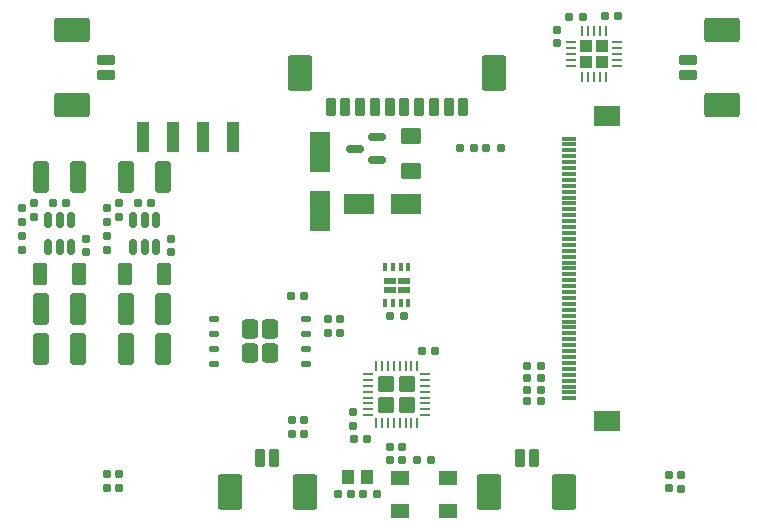
<source format=gtp>
%TF.GenerationSoftware,KiCad,Pcbnew,(6.0.1)*%
%TF.CreationDate,2022-03-14T14:07:41+00:00*%
%TF.ProjectId,UGR-22 Screen,5547522d-3232-4205-9363-7265656e2e6b,rev?*%
%TF.SameCoordinates,Original*%
%TF.FileFunction,Paste,Top*%
%TF.FilePolarity,Positive*%
%FSLAX46Y46*%
G04 Gerber Fmt 4.6, Leading zero omitted, Abs format (unit mm)*
G04 Created by KiCad (PCBNEW (6.0.1)) date 2022-03-14 14:07:41*
%MOMM*%
%LPD*%
G01*
G04 APERTURE LIST*
G04 Aperture macros list*
%AMRoundRect*
0 Rectangle with rounded corners*
0 $1 Rounding radius*
0 $2 $3 $4 $5 $6 $7 $8 $9 X,Y pos of 4 corners*
0 Add a 4 corners polygon primitive as box body*
4,1,4,$2,$3,$4,$5,$6,$7,$8,$9,$2,$3,0*
0 Add four circle primitives for the rounded corners*
1,1,$1+$1,$2,$3*
1,1,$1+$1,$4,$5*
1,1,$1+$1,$6,$7*
1,1,$1+$1,$8,$9*
0 Add four rect primitives between the rounded corners*
20,1,$1+$1,$2,$3,$4,$5,0*
20,1,$1+$1,$4,$5,$6,$7,0*
20,1,$1+$1,$6,$7,$8,$9,0*
20,1,$1+$1,$8,$9,$2,$3,0*%
G04 Aperture macros list end*
%ADD10RoundRect,0.160000X-0.160000X0.197500X-0.160000X-0.197500X0.160000X-0.197500X0.160000X0.197500X0*%
%ADD11RoundRect,0.155000X-0.212500X-0.155000X0.212500X-0.155000X0.212500X0.155000X-0.212500X0.155000X0*%
%ADD12R,1.500000X1.200000*%
%ADD13RoundRect,0.155000X0.155000X-0.212500X0.155000X0.212500X-0.155000X0.212500X-0.155000X-0.212500X0*%
%ADD14RoundRect,0.160000X0.160000X-0.197500X0.160000X0.197500X-0.160000X0.197500X-0.160000X-0.197500X0*%
%ADD15RoundRect,0.155000X-0.155000X0.212500X-0.155000X-0.212500X0.155000X-0.212500X0.155000X0.212500X0*%
%ADD16R,1.000000X2.500000*%
%ADD17RoundRect,0.160000X0.197500X0.160000X-0.197500X0.160000X-0.197500X-0.160000X0.197500X-0.160000X0*%
%ADD18RoundRect,0.250000X0.455000X-0.455000X0.455000X0.455000X-0.455000X0.455000X-0.455000X-0.455000X0*%
%ADD19RoundRect,0.062500X0.062500X-0.375000X0.062500X0.375000X-0.062500X0.375000X-0.062500X-0.375000X0*%
%ADD20RoundRect,0.062500X0.375000X-0.062500X0.375000X0.062500X-0.375000X0.062500X-0.375000X-0.062500X0*%
%ADD21RoundRect,0.155000X0.212500X0.155000X-0.212500X0.155000X-0.212500X-0.155000X0.212500X-0.155000X0*%
%ADD22RoundRect,0.250000X0.362500X0.700000X-0.362500X0.700000X-0.362500X-0.700000X0.362500X-0.700000X0*%
%ADD23RoundRect,0.150000X-0.150000X0.512500X-0.150000X-0.512500X0.150000X-0.512500X0.150000X0.512500X0*%
%ADD24RoundRect,0.250001X-0.624999X0.462499X-0.624999X-0.462499X0.624999X-0.462499X0.624999X0.462499X0*%
%ADD25RoundRect,0.250000X-0.412500X-1.100000X0.412500X-1.100000X0.412500X1.100000X-0.412500X1.100000X0*%
%ADD26RoundRect,0.150000X0.587500X0.150000X-0.587500X0.150000X-0.587500X-0.150000X0.587500X-0.150000X0*%
%ADD27RoundRect,0.160000X-0.197500X-0.160000X0.197500X-0.160000X0.197500X0.160000X-0.197500X0.160000X0*%
%ADD28RoundRect,0.200000X-0.200000X-0.600000X0.200000X-0.600000X0.200000X0.600000X-0.200000X0.600000X0*%
%ADD29RoundRect,0.250001X-0.799999X-1.249999X0.799999X-1.249999X0.799999X1.249999X-0.799999X1.249999X0*%
%ADD30RoundRect,0.200000X0.600000X-0.200000X0.600000X0.200000X-0.600000X0.200000X-0.600000X-0.200000X0*%
%ADD31RoundRect,0.250001X1.249999X-0.799999X1.249999X0.799999X-1.249999X0.799999X-1.249999X-0.799999X0*%
%ADD32R,1.050000X1.200000*%
%ADD33R,1.800000X3.500000*%
%ADD34RoundRect,0.250000X-0.435000X-0.555000X0.435000X-0.555000X0.435000X0.555000X-0.435000X0.555000X0*%
%ADD35RoundRect,0.125000X-0.262500X-0.125000X0.262500X-0.125000X0.262500X0.125000X-0.262500X0.125000X0*%
%ADD36R,2.500000X1.800000*%
%ADD37R,1.300000X0.300000*%
%ADD38R,2.200000X1.800000*%
%ADD39R,1.000000X0.600000*%
%ADD40R,0.350000X0.650000*%
%ADD41RoundRect,0.250000X0.295000X0.295000X-0.295000X0.295000X-0.295000X-0.295000X0.295000X-0.295000X0*%
%ADD42RoundRect,0.062500X0.337500X0.062500X-0.337500X0.062500X-0.337500X-0.062500X0.337500X-0.062500X0*%
%ADD43RoundRect,0.062500X0.062500X0.337500X-0.062500X0.337500X-0.062500X-0.337500X0.062500X-0.337500X0*%
%ADD44RoundRect,0.200000X0.200000X0.600000X-0.200000X0.600000X-0.200000X-0.600000X0.200000X-0.600000X0*%
%ADD45RoundRect,0.250001X0.799999X1.249999X-0.799999X1.249999X-0.799999X-1.249999X0.799999X-1.249999X0*%
%ADD46RoundRect,0.200000X-0.600000X0.200000X-0.600000X-0.200000X0.600000X-0.200000X0.600000X0.200000X0*%
%ADD47RoundRect,0.250001X-1.249999X0.799999X-1.249999X-0.799999X1.249999X-0.799999X1.249999X0.799999X0*%
G04 APERTURE END LIST*
D10*
%TO.C,R5*%
X90737500Y-136702500D03*
X90737500Y-137897500D03*
%TD*%
D11*
%TO.C,C6*%
X105332500Y-144600000D03*
X106467500Y-144600000D03*
%TD*%
D12*
%TO.C,X1*%
X114550000Y-162800000D03*
X118650000Y-162800000D03*
X118650000Y-160000000D03*
X114550000Y-160000000D03*
%TD*%
D13*
%TO.C,C21*%
X105450000Y-156217500D03*
X105450000Y-155082500D03*
%TD*%
D14*
%TO.C,R1*%
X110550000Y-155595000D03*
X110550000Y-154400000D03*
%TD*%
D15*
%TO.C,C1*%
X113750000Y-157332500D03*
X113750000Y-158467500D03*
%TD*%
D10*
%TO.C,R12*%
X138350000Y-159702500D03*
X138350000Y-160897500D03*
%TD*%
D16*
%TO.C,J2*%
X92815000Y-131100000D03*
X95355000Y-131100000D03*
X97895000Y-131100000D03*
X100435000Y-131100000D03*
%TD*%
D17*
%TO.C,R6*%
X126497500Y-153500000D03*
X125302500Y-153500000D03*
%TD*%
D18*
%TO.C,U1*%
X115150000Y-152050000D03*
X113400000Y-152050000D03*
X115150000Y-153800000D03*
X113400000Y-153800000D03*
D19*
X112525000Y-155362500D03*
X113025000Y-155362500D03*
X113525000Y-155362500D03*
X114025000Y-155362500D03*
X114525000Y-155362500D03*
X115025000Y-155362500D03*
X115525000Y-155362500D03*
X116025000Y-155362500D03*
D20*
X116712500Y-154675000D03*
X116712500Y-154175000D03*
X116712500Y-153675000D03*
X116712500Y-153175000D03*
X116712500Y-152675000D03*
X116712500Y-152175000D03*
X116712500Y-151675000D03*
X116712500Y-151175000D03*
D19*
X116025000Y-150487500D03*
X115525000Y-150487500D03*
X115025000Y-150487500D03*
X114525000Y-150487500D03*
X114025000Y-150487500D03*
X113525000Y-150487500D03*
X113025000Y-150487500D03*
X112525000Y-150487500D03*
D20*
X111837500Y-151175000D03*
X111837500Y-151675000D03*
X111837500Y-152175000D03*
X111837500Y-152675000D03*
X111837500Y-153175000D03*
X111837500Y-153675000D03*
X111837500Y-154175000D03*
X111837500Y-154675000D03*
%TD*%
D21*
%TO.C,C2*%
X112592500Y-161300000D03*
X111457500Y-161300000D03*
%TD*%
D14*
%TO.C,R10*%
X89737500Y-140697500D03*
X89737500Y-139502500D03*
%TD*%
D11*
%TO.C,C3*%
X109290000Y-161300000D03*
X110425000Y-161300000D03*
%TD*%
D22*
%TO.C,L2*%
X94600000Y-142700000D03*
X91275000Y-142700000D03*
%TD*%
D11*
%TO.C,C8*%
X113732500Y-146300000D03*
X114867500Y-146300000D03*
%TD*%
D14*
%TO.C,R8*%
X82537500Y-140697500D03*
X82537500Y-139502500D03*
%TD*%
D23*
%TO.C,U5*%
X93887500Y-138162500D03*
X92937500Y-138162500D03*
X91987500Y-138162500D03*
X91987500Y-140437500D03*
X92937500Y-140437500D03*
X93887500Y-140437500D03*
%TD*%
D24*
%TO.C,F1*%
X115500000Y-131012500D03*
X115500000Y-133987500D03*
%TD*%
D25*
%TO.C,C16*%
X91375000Y-145700000D03*
X94500000Y-145700000D03*
%TD*%
D11*
%TO.C,C24*%
X128882500Y-120950000D03*
X130017500Y-120950000D03*
%TD*%
D26*
%TO.C,D3*%
X112637500Y-133050000D03*
X112637500Y-131150000D03*
X110762500Y-132100000D03*
%TD*%
D27*
%TO.C,R3*%
X125302500Y-150500000D03*
X126497500Y-150500000D03*
%TD*%
D13*
%TO.C,C26*%
X127850000Y-123150000D03*
X127850000Y-122015000D03*
%TD*%
D10*
%TO.C,R4*%
X83537500Y-136702500D03*
X83537500Y-137897500D03*
%TD*%
D15*
%TO.C,C13*%
X87937500Y-139732500D03*
X87937500Y-140867500D03*
%TD*%
D28*
%TO.C,J5*%
X102675000Y-158300000D03*
X103925000Y-158300000D03*
D29*
X106475000Y-161200000D03*
X100125000Y-161200000D03*
%TD*%
D15*
%TO.C,C14*%
X95137500Y-139732500D03*
X95137500Y-140867500D03*
%TD*%
D25*
%TO.C,C17*%
X84175000Y-149100000D03*
X87300000Y-149100000D03*
%TD*%
D22*
%TO.C,L1*%
X87400000Y-142700000D03*
X84075000Y-142700000D03*
%TD*%
D30*
%TO.C,J6*%
X138900000Y-125825000D03*
X138900000Y-124575000D03*
D31*
X141800000Y-128375000D03*
X141800000Y-122025000D03*
%TD*%
D11*
%TO.C,C12*%
X92370000Y-136700000D03*
X93505000Y-136700000D03*
%TD*%
D32*
%TO.C,Y1*%
X111775000Y-159900000D03*
X110125000Y-159900000D03*
%TD*%
D11*
%TO.C,C11*%
X85137500Y-136700000D03*
X86272500Y-136700000D03*
%TD*%
D15*
%TO.C,C19*%
X137350000Y-159732500D03*
X137350000Y-160867500D03*
%TD*%
D25*
%TO.C,C18*%
X91375000Y-149100000D03*
X94500000Y-149100000D03*
%TD*%
D14*
%TO.C,R15*%
X108500000Y-147722500D03*
X108500000Y-146527500D03*
%TD*%
D33*
%TO.C,D2*%
X107800000Y-137400000D03*
X107800000Y-132400000D03*
%TD*%
D23*
%TO.C,U4*%
X86687500Y-138162500D03*
X85737500Y-138162500D03*
X84787500Y-138162500D03*
X84787500Y-140437500D03*
X85737500Y-140437500D03*
X86687500Y-140437500D03*
%TD*%
D34*
%TO.C,U2*%
X101875000Y-149400000D03*
X103575000Y-147400000D03*
X101875000Y-147400000D03*
X103575000Y-149400000D03*
D35*
X98825000Y-146500000D03*
X98825000Y-147765000D03*
X98825000Y-149035000D03*
X98825000Y-150300000D03*
X106625000Y-150300000D03*
X106625000Y-149035000D03*
X106625000Y-147765000D03*
X106625000Y-146495000D03*
%TD*%
D13*
%TO.C,C20*%
X90750000Y-160817500D03*
X90750000Y-159682500D03*
%TD*%
D25*
%TO.C,C9*%
X84175000Y-134500000D03*
X87300000Y-134500000D03*
%TD*%
D13*
%TO.C,C22*%
X109500000Y-147692500D03*
X109500000Y-146557500D03*
%TD*%
D21*
%TO.C,C23*%
X117167500Y-158500000D03*
X116032500Y-158500000D03*
%TD*%
D14*
%TO.C,R13*%
X89750000Y-160847500D03*
X89750000Y-159652500D03*
%TD*%
D36*
%TO.C,D1*%
X111100000Y-136800000D03*
X115100000Y-136800000D03*
%TD*%
D17*
%TO.C,R17*%
X123075000Y-132050000D03*
X121880000Y-132050000D03*
%TD*%
D37*
%TO.C,J3*%
X128850000Y-153240000D03*
X128850000Y-152740000D03*
X128850000Y-152240000D03*
X128850000Y-151740000D03*
X128850000Y-151240000D03*
X128850000Y-150740000D03*
X128850000Y-150240000D03*
X128850000Y-149740000D03*
X128850000Y-149240000D03*
X128850000Y-148740000D03*
X128850000Y-148240000D03*
X128850000Y-147740000D03*
X128850000Y-147240000D03*
X128850000Y-146740000D03*
X128850000Y-146240000D03*
X128850000Y-145740000D03*
X128850000Y-145240000D03*
X128850000Y-144740000D03*
X128850000Y-144240000D03*
X128850000Y-143740000D03*
X128850000Y-143240000D03*
X128850000Y-142740000D03*
X128850000Y-142240000D03*
X128850000Y-141740000D03*
X128850000Y-141240000D03*
X128850000Y-140740000D03*
X128850000Y-140240000D03*
X128850000Y-139740000D03*
X128850000Y-139240000D03*
X128850000Y-138740000D03*
X128850000Y-138240000D03*
X128850000Y-137740000D03*
X128850000Y-137240000D03*
X128850000Y-136740000D03*
X128850000Y-136240000D03*
X128850000Y-135740000D03*
X128850000Y-135240000D03*
X128850000Y-134740000D03*
X128850000Y-134240000D03*
X128850000Y-133740000D03*
X128850000Y-133240000D03*
X128850000Y-132740000D03*
X128850000Y-132240000D03*
X128850000Y-131740000D03*
X128850000Y-131240000D03*
D38*
X132100000Y-129340000D03*
X132100000Y-155140000D03*
%TD*%
D39*
%TO.C,U3*%
X113700000Y-144037500D03*
X113700000Y-143262500D03*
X114900000Y-143262500D03*
X114900000Y-144037500D03*
D40*
X113325000Y-145200000D03*
X113975000Y-145200000D03*
X114625000Y-145200000D03*
X115275000Y-145200000D03*
X115275000Y-142100000D03*
X114625000Y-142100000D03*
X113975000Y-142100000D03*
X113325000Y-142100000D03*
%TD*%
D21*
%TO.C,C4*%
X111785000Y-156700000D03*
X110650000Y-156700000D03*
%TD*%
D27*
%TO.C,R16*%
X119600000Y-132050000D03*
X120795000Y-132050000D03*
%TD*%
D14*
%TO.C,R14*%
X106450000Y-156247500D03*
X106450000Y-155052500D03*
%TD*%
D11*
%TO.C,C5*%
X116382500Y-149200000D03*
X117517500Y-149200000D03*
%TD*%
D14*
%TO.C,R9*%
X82537500Y-138297500D03*
X82537500Y-137102500D03*
%TD*%
D41*
%TO.C,U6*%
X130325000Y-124775000D03*
X131675000Y-124775000D03*
X131675000Y-123425000D03*
X130325000Y-123425000D03*
D42*
X132950000Y-125100000D03*
X132950000Y-124600000D03*
X132950000Y-124100000D03*
X132950000Y-123600000D03*
X132950000Y-123100000D03*
D43*
X132000000Y-122150000D03*
X131500000Y-122150000D03*
X131000000Y-122150000D03*
X130500000Y-122150000D03*
X130000000Y-122150000D03*
D42*
X129050000Y-123100000D03*
X129050000Y-123600000D03*
X129050000Y-124100000D03*
X129050000Y-124600000D03*
X129050000Y-125100000D03*
D43*
X130000000Y-126050000D03*
X130500000Y-126050000D03*
X131000000Y-126050000D03*
X131500000Y-126050000D03*
X132000000Y-126050000D03*
%TD*%
D17*
%TO.C,R7*%
X126500000Y-151500000D03*
X125305000Y-151500000D03*
%TD*%
D14*
%TO.C,R11*%
X89737500Y-138297500D03*
X89737500Y-137102500D03*
%TD*%
D44*
%TO.C,J1*%
X119925000Y-128600000D03*
X118675000Y-128600000D03*
X117425000Y-128600000D03*
X116175000Y-128600000D03*
X114925000Y-128600000D03*
X113675000Y-128600000D03*
X112425000Y-128600000D03*
X111175000Y-128600000D03*
X109925000Y-128600000D03*
X108675000Y-128600000D03*
D45*
X122475000Y-125700000D03*
X106125000Y-125700000D03*
%TD*%
D28*
%TO.C,J4*%
X124675000Y-158300000D03*
X125925000Y-158300000D03*
D29*
X128475000Y-161200000D03*
X122125000Y-161200000D03*
%TD*%
D27*
%TO.C,R2*%
X125305000Y-152500000D03*
X126500000Y-152500000D03*
%TD*%
D46*
%TO.C,J7*%
X89700000Y-124575000D03*
X89700000Y-125825000D03*
D47*
X86800000Y-122025000D03*
X86800000Y-128375000D03*
%TD*%
D25*
%TO.C,C10*%
X91375000Y-134500000D03*
X94500000Y-134500000D03*
%TD*%
D15*
%TO.C,C7*%
X114750000Y-157332500D03*
X114750000Y-158467500D03*
%TD*%
D25*
%TO.C,C15*%
X84175000Y-145700000D03*
X87300000Y-145700000D03*
%TD*%
D11*
%TO.C,C25*%
X131900000Y-120900000D03*
X133035000Y-120900000D03*
%TD*%
M02*

</source>
